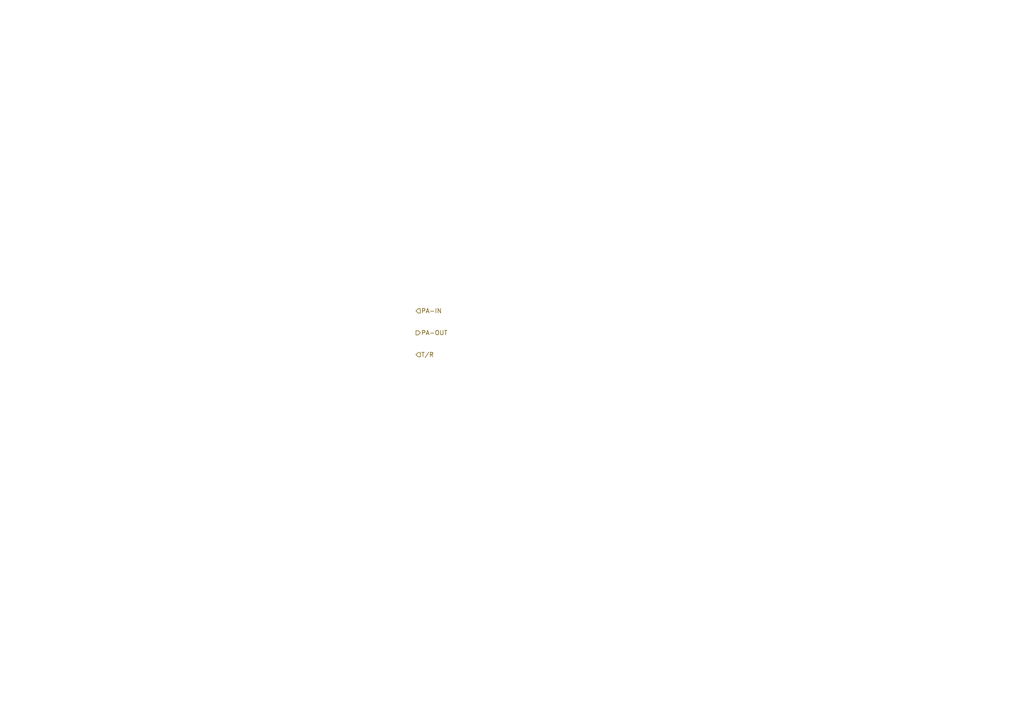
<source format=kicad_sch>
(kicad_sch (version 20211123) (generator eeschema)
  (paper "A4")
  (lib_symbols)
  (hierarchical_label "PA-IN" (shape input) (at 120.65 90.17 0))
  (hierarchical_label "PA-OUT" (shape output) (at 120.65 96.52 0))
  (hierarchical_label "T{slash}R" (shape input) (at 120.65 102.87 0))
)
</source>
